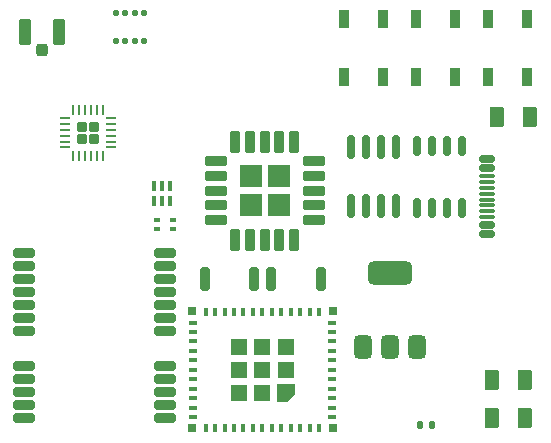
<source format=gbr>
%TF.GenerationSoftware,KiCad,Pcbnew,9.0.2*%
%TF.CreationDate,2025-11-28T15:39:44-05:00*%
%TF.ProjectId,hackathonproject,6861636b-6174-4686-9f6e-70726f6a6563,rev?*%
%TF.SameCoordinates,Original*%
%TF.FileFunction,Paste,Top*%
%TF.FilePolarity,Positive*%
%FSLAX46Y46*%
G04 Gerber Fmt 4.6, Leading zero omitted, Abs format (unit mm)*
G04 Created by KiCad (PCBNEW 9.0.2) date 2025-11-28 15:39:44*
%MOMM*%
%LPD*%
G01*
G04 APERTURE LIST*
G04 Aperture macros list*
%AMRoundRect*
0 Rectangle with rounded corners*
0 $1 Rounding radius*
0 $2 $3 $4 $5 $6 $7 $8 $9 X,Y pos of 4 corners*
0 Add a 4 corners polygon primitive as box body*
4,1,4,$2,$3,$4,$5,$6,$7,$8,$9,$2,$3,0*
0 Add four circle primitives for the rounded corners*
1,1,$1+$1,$2,$3*
1,1,$1+$1,$4,$5*
1,1,$1+$1,$6,$7*
1,1,$1+$1,$8,$9*
0 Add four rect primitives between the rounded corners*
20,1,$1+$1,$2,$3,$4,$5,0*
20,1,$1+$1,$4,$5,$6,$7,0*
20,1,$1+$1,$6,$7,$8,$9,0*
20,1,$1+$1,$8,$9,$2,$3,0*%
%AMOutline5P*
0 Free polygon, 5 corners , with rotation*
0 The origin of the aperture is its center*
0 number of corners: always 5*
0 $1 to $10 corner X, Y*
0 $11 Rotation angle, in degrees counterclockwise*
0 create outline with 5 corners*
4,1,5,$1,$2,$3,$4,$5,$6,$7,$8,$9,$10,$1,$2,$11*%
%AMOutline6P*
0 Free polygon, 6 corners , with rotation*
0 The origin of the aperture is its center*
0 number of corners: always 6*
0 $1 to $12 corner X, Y*
0 $13 Rotation angle, in degrees counterclockwise*
0 create outline with 6 corners*
4,1,6,$1,$2,$3,$4,$5,$6,$7,$8,$9,$10,$11,$12,$1,$2,$13*%
%AMOutline7P*
0 Free polygon, 7 corners , with rotation*
0 The origin of the aperture is its center*
0 number of corners: always 7*
0 $1 to $14 corner X, Y*
0 $15 Rotation angle, in degrees counterclockwise*
0 create outline with 7 corners*
4,1,7,$1,$2,$3,$4,$5,$6,$7,$8,$9,$10,$11,$12,$13,$14,$1,$2,$15*%
%AMOutline8P*
0 Free polygon, 8 corners , with rotation*
0 The origin of the aperture is its center*
0 number of corners: always 8*
0 $1 to $16 corner X, Y*
0 $17 Rotation angle, in degrees counterclockwise*
0 create outline with 8 corners*
4,1,8,$1,$2,$3,$4,$5,$6,$7,$8,$9,$10,$11,$12,$13,$14,$15,$16,$1,$2,$17*%
G04 Aperture macros list end*
%ADD10RoundRect,0.090000X0.360000X-0.660000X0.360000X0.660000X-0.360000X0.660000X-0.360000X-0.660000X0*%
%ADD11RoundRect,0.140000X-0.140000X-0.170000X0.140000X-0.170000X0.140000X0.170000X-0.140000X0.170000X0*%
%ADD12RoundRect,0.250000X-0.375000X-0.625000X0.375000X-0.625000X0.375000X0.625000X-0.375000X0.625000X0*%
%ADD13RoundRect,0.250000X0.250000X-0.275000X0.250000X0.275000X-0.250000X0.275000X-0.250000X-0.275000X0*%
%ADD14RoundRect,0.250000X0.275000X-0.850000X0.275000X0.850000X-0.275000X0.850000X-0.275000X-0.850000X0*%
%ADD15RoundRect,0.250001X0.714999X0.714999X-0.714999X0.714999X-0.714999X-0.714999X0.714999X-0.714999X0*%
%ADD16RoundRect,0.212500X0.737500X0.212500X-0.737500X0.212500X-0.737500X-0.212500X0.737500X-0.212500X0*%
%ADD17RoundRect,0.212500X0.212500X0.737500X-0.212500X0.737500X-0.212500X-0.737500X0.212500X-0.737500X0*%
%ADD18RoundRect,0.150000X0.150000X-0.825000X0.150000X0.825000X-0.150000X0.825000X-0.150000X-0.825000X0*%
%ADD19RoundRect,0.100000X0.100000X-0.337500X0.100000X0.337500X-0.100000X0.337500X-0.100000X-0.337500X0*%
%ADD20RoundRect,0.150000X0.500000X-0.150000X0.500000X0.150000X-0.500000X0.150000X-0.500000X-0.150000X0*%
%ADD21RoundRect,0.075000X0.575000X-0.075000X0.575000X0.075000X-0.575000X0.075000X-0.575000X-0.075000X0*%
%ADD22RoundRect,0.212500X0.212500X0.212500X-0.212500X0.212500X-0.212500X-0.212500X0.212500X-0.212500X0*%
%ADD23RoundRect,0.062500X0.375000X0.062500X-0.375000X0.062500X-0.375000X-0.062500X0.375000X-0.062500X0*%
%ADD24RoundRect,0.062500X0.062500X0.375000X-0.062500X0.375000X-0.062500X-0.375000X0.062500X-0.375000X0*%
%ADD25RoundRect,0.200000X-0.200000X-0.800000X0.200000X-0.800000X0.200000X0.800000X-0.200000X0.800000X0*%
%ADD26RoundRect,0.150000X0.150000X-0.675000X0.150000X0.675000X-0.150000X0.675000X-0.150000X-0.675000X0*%
%ADD27RoundRect,0.200000X-0.700000X-0.200000X0.700000X-0.200000X0.700000X0.200000X-0.700000X0.200000X0*%
%ADD28RoundRect,0.375000X0.375000X-0.625000X0.375000X0.625000X-0.375000X0.625000X-0.375000X-0.625000X0*%
%ADD29RoundRect,0.500000X1.400000X-0.500000X1.400000X0.500000X-1.400000X0.500000X-1.400000X-0.500000X0*%
%ADD30R,0.800000X0.400000*%
%ADD31R,0.400000X0.800000*%
%ADD32Outline5P,-0.725000X0.130500X-0.130500X0.725000X0.725000X0.725000X0.725000X-0.725000X-0.725000X-0.725000X180.000000*%
%ADD33R,1.450000X1.450000*%
%ADD34R,0.700000X0.700000*%
%ADD35RoundRect,0.125000X-0.125000X-0.137500X0.125000X-0.137500X0.125000X0.137500X-0.125000X0.137500X0*%
%ADD36RoundRect,0.200000X0.200000X0.800000X-0.200000X0.800000X-0.200000X-0.800000X0.200000X-0.800000X0*%
%ADD37RoundRect,0.250000X0.375000X0.625000X-0.375000X0.625000X-0.375000X-0.625000X0.375000X-0.625000X0*%
%ADD38R,0.500000X0.300000*%
G04 APERTURE END LIST*
D10*
%TO.C,D5*%
X173825000Y-64550000D03*
X177125000Y-64550000D03*
X177125000Y-59650000D03*
X173825000Y-59650000D03*
%TD*%
D11*
%TO.C,C14*%
X174140000Y-94050000D03*
X175100000Y-94050000D03*
%TD*%
D12*
%TO.C,D3*%
X180225000Y-93450000D03*
X183025000Y-93450000D03*
%TD*%
%TO.C,D2*%
X180225000Y-90225000D03*
X183025000Y-90225000D03*
%TD*%
D13*
%TO.C,J3*%
X142125000Y-62255000D03*
D14*
X140650000Y-60730000D03*
X143600000Y-60730000D03*
%TD*%
D15*
%TO.C,U9*%
X162175000Y-75375000D03*
X162175000Y-72975000D03*
X159775000Y-75375000D03*
X159775000Y-72975000D03*
D16*
X165125000Y-76675000D03*
X165125000Y-75425000D03*
X165125000Y-74175000D03*
X165125000Y-72925000D03*
X165125000Y-71675000D03*
D17*
X163475000Y-70025000D03*
X162225000Y-70025000D03*
X160975000Y-70025000D03*
X159725000Y-70025000D03*
X158475000Y-70025000D03*
D16*
X156825000Y-71675000D03*
X156825000Y-72925000D03*
X156825000Y-74175000D03*
X156825000Y-75425000D03*
X156825000Y-76675000D03*
D17*
X158475000Y-78325000D03*
X159725000Y-78325000D03*
X160975000Y-78325000D03*
X162225000Y-78325000D03*
X163475000Y-78325000D03*
%TD*%
D18*
%TO.C,U5*%
X168295000Y-75475000D03*
X169565000Y-75475000D03*
X170835000Y-75475000D03*
X172105000Y-75475000D03*
X172105000Y-70525000D03*
X170835000Y-70525000D03*
X169565000Y-70525000D03*
X168295000Y-70525000D03*
%TD*%
D19*
%TO.C,U11*%
X151625000Y-75080000D03*
X152275000Y-75080000D03*
X152925000Y-75080000D03*
X152925000Y-73805000D03*
X152275000Y-73805000D03*
X151625000Y-73805000D03*
%TD*%
D10*
%TO.C,D6*%
X179900000Y-64550000D03*
X183200000Y-64550000D03*
X183200000Y-59650000D03*
X179900000Y-59650000D03*
%TD*%
D20*
%TO.C,J1*%
X179755000Y-77880000D03*
X179755000Y-77080000D03*
D21*
X179755000Y-75930000D03*
X179755000Y-74930000D03*
X179755000Y-74430000D03*
X179755000Y-73430000D03*
D20*
X179755000Y-72280000D03*
X179755000Y-71480000D03*
X179755000Y-71480000D03*
X179755000Y-72280000D03*
D21*
X179755000Y-72930000D03*
X179755000Y-73930000D03*
X179755000Y-75430000D03*
X179755000Y-76430000D03*
D20*
X179755000Y-77080000D03*
X179755000Y-77880000D03*
%TD*%
D22*
%TO.C,U10*%
X146525000Y-69800000D03*
X146525000Y-68750000D03*
X145475000Y-69800000D03*
X145475000Y-68750000D03*
D23*
X147937500Y-70525000D03*
X147937500Y-70025000D03*
X147937500Y-69525000D03*
X147937500Y-69025000D03*
X147937500Y-68525000D03*
X147937500Y-68025000D03*
D24*
X147250000Y-67337500D03*
X146750000Y-67337500D03*
X146250000Y-67337500D03*
X145750000Y-67337500D03*
X145250000Y-67337500D03*
X144750000Y-67337500D03*
D23*
X144062500Y-68025000D03*
X144062500Y-68525000D03*
X144062500Y-69025000D03*
X144062500Y-69525000D03*
X144062500Y-70025000D03*
X144062500Y-70525000D03*
D24*
X144750000Y-71212500D03*
X145250000Y-71212500D03*
X145750000Y-71212500D03*
X146250000Y-71212500D03*
X146750000Y-71212500D03*
X147250000Y-71212500D03*
%TD*%
D25*
%TO.C,SW1*%
X155900000Y-81650000D03*
X160100000Y-81650000D03*
%TD*%
D26*
%TO.C,U2*%
X173890000Y-75650000D03*
X175160000Y-75650000D03*
X176430000Y-75650000D03*
X177700000Y-75650000D03*
X177700000Y-70400000D03*
X176430000Y-70400000D03*
X175160000Y-70400000D03*
X173890000Y-70400000D03*
%TD*%
D27*
%TO.C,U3*%
X140575000Y-79450000D03*
X140575000Y-80550000D03*
X140575000Y-81650000D03*
X140575000Y-82750000D03*
X140575000Y-83850000D03*
X140575000Y-84950000D03*
X140575000Y-86050000D03*
X140575000Y-89050000D03*
X140575000Y-90150000D03*
X140575000Y-91250000D03*
X140575000Y-92350000D03*
X140575000Y-93450000D03*
X152575000Y-93450000D03*
X152575000Y-92350000D03*
X152575000Y-91250000D03*
X152575000Y-90150000D03*
X152575000Y-89050000D03*
X152575000Y-86050000D03*
X152575000Y-84950000D03*
X152575000Y-83850000D03*
X152575000Y-82750000D03*
X152575000Y-81650000D03*
X152575000Y-80550000D03*
X152575000Y-79450000D03*
%TD*%
D28*
%TO.C,U4*%
X169300000Y-87450000D03*
X171600000Y-87450000D03*
D29*
X171600000Y-81150000D03*
D28*
X173900000Y-87450000D03*
%TD*%
D10*
%TO.C,D4*%
X167710000Y-64550000D03*
X171010000Y-64550000D03*
X171010000Y-59650000D03*
X167710000Y-59650000D03*
%TD*%
D30*
%TO.C,U1*%
X166675000Y-93350000D03*
X166675000Y-92550000D03*
X166675000Y-91750000D03*
X166675000Y-90950000D03*
X166675000Y-90150000D03*
X166675000Y-89350000D03*
X166675000Y-88550000D03*
X166675000Y-87750000D03*
X166675000Y-86950000D03*
X166675000Y-86150000D03*
X166675000Y-85350000D03*
D31*
X165575000Y-84450000D03*
X164775000Y-84450000D03*
X163975000Y-84450000D03*
X163175000Y-84450000D03*
X162375000Y-84450000D03*
X161575000Y-84450000D03*
X160775000Y-84450000D03*
X159975000Y-84450000D03*
X159175000Y-84450000D03*
X158375000Y-84450000D03*
X157575000Y-84450000D03*
X156775000Y-84450000D03*
X155975000Y-84450000D03*
D30*
X154875000Y-85350000D03*
X154875000Y-86150000D03*
X154875000Y-86950000D03*
X154875000Y-87750000D03*
X154875000Y-88550000D03*
X154875000Y-89350000D03*
X154875000Y-90150000D03*
X154875000Y-90950000D03*
X154875000Y-91750000D03*
X154875000Y-92550000D03*
X154875000Y-93350000D03*
D31*
X155975000Y-94250000D03*
X156775000Y-94250000D03*
X157575000Y-94250000D03*
X158375000Y-94250000D03*
X159175000Y-94250000D03*
X159975000Y-94250000D03*
X160775000Y-94250000D03*
X161575000Y-94250000D03*
X162375000Y-94250000D03*
X163175000Y-94250000D03*
X163975000Y-94250000D03*
X164775000Y-94250000D03*
X165575000Y-94250000D03*
D32*
X162750000Y-91325000D03*
D33*
X162750000Y-89350000D03*
X162750000Y-87375000D03*
X160775000Y-91325000D03*
X160775000Y-89350000D03*
X160775000Y-87375000D03*
X158800000Y-91325000D03*
X158800000Y-89350000D03*
X158800000Y-87375000D03*
D34*
X154825000Y-94300000D03*
X154825000Y-84400000D03*
X166725000Y-84400000D03*
X166725000Y-94300000D03*
%TD*%
D35*
%TO.C,U6*%
X148360000Y-59175000D03*
X149160000Y-59175000D03*
X149960000Y-59175000D03*
X150760000Y-59175000D03*
X150760000Y-61550000D03*
X149960000Y-61550000D03*
X149160000Y-61550000D03*
X148360000Y-61550000D03*
%TD*%
D36*
%TO.C,SW2*%
X165725000Y-81650000D03*
X161525000Y-81650000D03*
%TD*%
D37*
%TO.C,D1*%
X183457800Y-67950000D03*
X180657800Y-67950000D03*
%TD*%
D38*
%TO.C,U8*%
X151832500Y-76650000D03*
X151832500Y-77450000D03*
X153232500Y-77450000D03*
X153232500Y-76650000D03*
%TD*%
M02*

</source>
